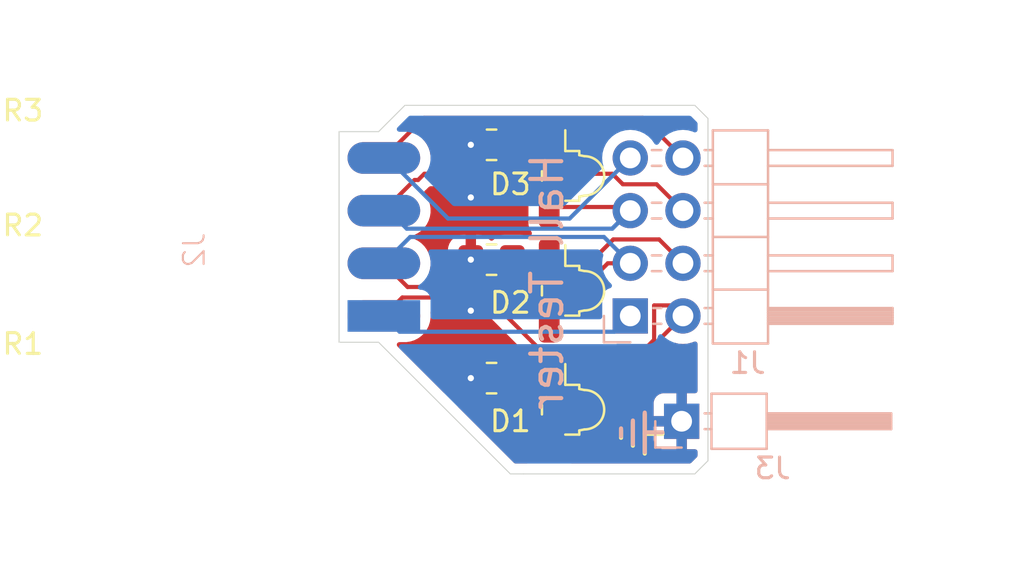
<source format=kicad_pcb>
(kicad_pcb (version 20240108) (generator "pcbnew") (generator_version "8.0")
  (layers (0 "F.Cu" signal) (31 "B.Cu" signal) (34 "B.Paste" user) (35 "F.Paste" user) (36 "B.SilkS" user "B.Silkscreen") (37 "F.SilkS" user "F.Silkscreen") (38 "B.Mask" user) (39 "F.Mask" user) (44 "Edge.Cuts" user))
  (net 0 "")
  (net 1 "GND")
  (net 2 "Net-(D1-A)")
  (net 3 "Net-(D2-A)")
  (net 4 "Net-(D3-A)")
  (net 5 "Net-(J1-Pin_1)")
  (net 6 "Net-(J1-Pin_6)")
  (net 7 "Net-(J1-Pin_8)")
  (net 8 "Net-(J1-Pin_4)")
  (net 9 "Net-(J1-Pin_7)")
  (net 10 "Net-(D1-K)")
  (net 11 "Net-(D2-K)")
  (net 12 "Net-(D3-K)")
  (footprint "LED_SMD:LED_Kingbright_APDA3020VBCD" (layer "F.Cu") (at 101.568 67.365 -90)
    (property "Reference" "D2" (at 0.58 1.873 0) (layer "F.SilkS"))
    (property "Value" "LED")
    (fp_line (start -0.225 0.35) (end 0.225 0.35) (stroke (width 0.12)) (layer "F.SilkS"))
    (fp_line (start -1.2 -0.775) (end -2.2 -0.775) (stroke (width 0.12)) (layer "F.SilkS"))
    (fp_line (start -1.2 -0.775) (end -1.2 -1.45) (stroke (width 0.12)) (layer "F.SilkS"))
    (fp_line (start 1.2 -0.775) (end 1.2 -1.45) (stroke (width 0.12)) (layer "F.SilkS"))
    (fp_line (start -1 -1.45) (end -1.2 -1.45) (stroke (width 0.12)) (layer "F.SilkS"))
    (fp_line (start -1 -1.45) (end -0.95 -1.7) (stroke (width 0.12)) (layer "F.SilkS"))
    (fp_line (start 1.2 -1.45) (end 1 -1.45) (stroke (width 0.12)) (layer "F.SilkS"))
    (fp_line (start 0.95 -1.7) (end 1 -1.45) (stroke (width 0.12)) (layer "F.SilkS"))
    (fp_arc (start -0.95 -1.7) (mid 0 -2.65) (end 0.95 -1.7) (stroke (width 0.12)) (layer "F.SilkS"))
    (pad "1" smd roundrect (at -1.5 0 270) (size 2 1) (layers "F.Cu" "F.Paste" "F.Mask") (net 11 "Net-(D2-K)"))
    (pad "2" smd roundrect (at 1.5 0 270) (size 2 1) (layers "F.Cu" "F.Paste" "F.Mask") (net 3 "Net-(D2-A)"))
  )
  (footprint "LED_SMD:LED_Kingbright_APDA3020VBCD" (layer "F.Cu") (at 101.568 73.104 -90)
    (property "Reference" "D1" (at 0.556 1.873 0) (layer "F.SilkS"))
    (property "Value" "LED")
    (fp_line (start -0.225 0.35) (end 0.225 0.35) (stroke (width 0.12)) (layer "F.SilkS"))
    (fp_line (start -1.2 -0.775) (end -2.2 -0.775) (stroke (width 0.12)) (layer "F.SilkS"))
    (fp_line (start -1.2 -0.775) (end -1.2 -1.45) (stroke (width 0.12)) (layer "F.SilkS"))
    (fp_line (start 1.2 -0.775) (end 1.2 -1.45) (stroke (width 0.12)) (layer "F.SilkS"))
    (fp_line (start -1 -1.45) (end -1.2 -1.45) (stroke (width 0.12)) (layer "F.SilkS"))
    (fp_line (start -1 -1.45) (end -0.95 -1.7) (stroke (width 0.12)) (layer "F.SilkS"))
    (fp_line (start 1.2 -1.45) (end 1 -1.45) (stroke (width 0.12)) (layer "F.SilkS"))
    (fp_line (start 0.95 -1.7) (end 1 -1.45) (stroke (width 0.12)) (layer "F.SilkS"))
    (fp_arc (start -0.95 -1.7) (mid 0 -2.65) (end 0.95 -1.7) (stroke (width 0.12)) (layer "F.SilkS"))
    (pad "1" smd roundrect (at -1.5 0 270) (size 2 1) (layers "F.Cu" "F.Paste" "F.Mask") (net 10 "Net-(D1-K)"))
    (pad "2" smd roundrect (at 1.5 0 270) (size 2 1) (layers "F.Cu" "F.Paste" "F.Mask") (net 2 "Net-(D1-A)"))
  )
  (footprint "Resistor_SMD:R_0805_2012Metric_Pad1.20x1.40mm_HandSolder" (layer "F.Cu") (at 98.79 65.865)
    (property "Reference" "R2" (at -22.59 -1.65 0) (layer "F.SilkS"))
    (property "Value" "R")
    (fp_line (start -0.227064 -0.735) (end 0.227064 -0.735) (stroke (width 0.12)) (layer "F.SilkS"))
    (fp_line (start -0.227064 0.735) (end 0.227064 0.735) (stroke (width 0.12)) (layer "F.SilkS"))
    (pad "1" smd roundrect (at -1 0) (size 1.2 1.4) (layers "F.Cu" "F.Paste" "F.Mask") (roundrect_rratio 0.208333) (net 1 "GND"))
    (pad "2" smd roundrect (at 1 0) (size 1.2 1.4) (layers "F.Cu" "F.Paste" "F.Mask") (roundrect_rratio 0.208333) (net 11 "Net-(D2-K)"))
  )
  (footprint "Resistor_SMD:R_0805_2012Metric_Pad1.20x1.40mm_HandSolder" (layer "F.Cu") (at 98.79 60.325)
    (property "Reference" "R3" (at -22.59 -1.65 0) (layer "F.SilkS"))
    (property "Value" "R")
    (fp_line (start -0.227064 -0.735) (end 0.227064 -0.735) (stroke (width 0.12)) (layer "F.SilkS"))
    (fp_line (start -0.227064 0.735) (end 0.227064 0.735) (stroke (width 0.12)) (layer "F.SilkS"))
    (pad "1" smd roundrect (at -1 0) (size 1.2 1.4) (layers "F.Cu" "F.Paste" "F.Mask") (roundrect_rratio 0.208333) (net 1 "GND"))
    (pad "2" smd roundrect (at 1 0) (size 1.2 1.4) (layers "F.Cu" "F.Paste" "F.Mask") (roundrect_rratio 0.208333) (net 12 "Net-(D3-K)"))
  )
  (footprint "LED_SMD:LED_Kingbright_APDA3020VBCD" (layer "F.Cu") (at 101.568 61.825 -90)
    (property "Reference" "D3" (at 0.405 1.873 0) (layer "F.SilkS"))
    (property "Value" "LED")
    (fp_line (start -0.225 0.35) (end 0.225 0.35) (stroke (width 0.12)) (layer "F.SilkS"))
    (fp_line (start -1.2 -0.775) (end -2.2 -0.775) (stroke (width 0.12)) (layer "F.SilkS"))
    (fp_line (start -1.2 -0.775) (end -1.2 -1.45) (stroke (width 0.12)) (layer "F.SilkS"))
    (fp_line (start 1.2 -0.775) (end 1.2 -1.45) (stroke (width 0.12)) (layer "F.SilkS"))
    (fp_line (start -1 -1.45) (end -1.2 -1.45) (stroke (width 0.12)) (layer "F.SilkS"))
    (fp_line (start -1 -1.45) (end -0.95 -1.7) (stroke (width 0.12)) (layer "F.SilkS"))
    (fp_line (start 1.2 -1.45) (end 1 -1.45) (stroke (width 0.12)) (layer "F.SilkS"))
    (fp_line (start 0.95 -1.7) (end 1 -1.45) (stroke (width 0.12)) (layer "F.SilkS"))
    (fp_arc (start -0.95 -1.7) (mid 0 -2.65) (end 0.95 -1.7) (stroke (width 0.12)) (layer "F.SilkS"))
    (pad "1" smd roundrect (at -1.5 0 270) (size 2 1) (layers "F.Cu" "F.Paste" "F.Mask") (net 12 "Net-(D3-K)"))
    (pad "2" smd roundrect (at 1.5 0 270) (size 2 1) (layers "F.Cu" "F.Paste" "F.Mask") (net 4 "Net-(D3-A)"))
  )
  (footprint "Resistor_SMD:R_0805_2012Metric_Pad1.20x1.40mm_HandSolder" (layer "F.Cu") (at 98.79 71.58)
    (property "Reference" "R1" (at -22.59 -1.65 0) (layer "F.SilkS"))
    (property "Value" "R")
    (fp_line (start -0.227064 -0.735) (end 0.227064 -0.735) (stroke (width 0.12)) (layer "F.SilkS"))
    (fp_line (start -0.227064 0.735) (end 0.227064 0.735) (stroke (width 0.12)) (layer "F.SilkS"))
    (pad "1" smd roundrect (at -1 0) (size 1.2 1.4) (layers "F.Cu" "F.Paste" "F.Mask") (roundrect_rratio 0.208333) (net 1 "GND"))
    (pad "2" smd roundrect (at 1 0) (size 1.2 1.4) (layers "F.Cu" "F.Paste" "F.Mask") (roundrect_rratio 0.208333) (net 10 "Net-(D1-K)"))
  )
  (footprint "Connector_PinHeader_2.54mm:PinHeader_2x04_P2.54mm_Horizontal" (layer "B.Cu") (at 105.475 68.58)
    (property "Reference" "J1" (at 5.655 2.27 360) (layer "B.SilkS") (effects (justify mirror)))
    (property "Value" "Conn_01x08_Pin")
    (fp_line (start -1.27 1.27) (end -1.27 0) (stroke (width 0.12)) (layer "B.SilkS"))
    (fp_line (start 0 1.27) (end -1.27 1.27) (stroke (width 0.12)) (layer "B.SilkS"))
    (fp_line (start 1.497071 -8) (end 1.042929 -8) (stroke (width 0.12)) (layer "B.SilkS"))
    (fp_line (start 1.497071 -7.24) (end 1.042929 -7.24) (stroke (width 0.12)) (layer "B.SilkS"))
    (fp_line (start 1.497071 -5.46) (end 1.042929 -5.46) (stroke (width 0.12)) (layer "B.SilkS"))
    (fp_line (start 1.497071 -4.7) (end 1.042929 -4.7) (stroke (width 0.12)) (layer "B.SilkS"))
    (fp_line (start 1.497071 -2.92) (end 1.042929 -2.92) (stroke (width 0.12)) (layer "B.SilkS"))
    (fp_line (start 1.497071 -2.16) (end 1.042929 -2.16) (stroke (width 0.12)) (layer "B.SilkS"))
    (fp_line (start 1.497071 -0.38) (end 1.11 -0.38) (stroke (width 0.12)) (layer "B.SilkS"))
    (fp_line (start 1.497071 0.38) (end 1.11 0.38) (stroke (width 0.12)) (layer "B.SilkS"))
    (fp_line (start 3.98 -8.95) (end 3.98 1.33) (stroke (width 0.12)) (layer "B.SilkS"))
    (fp_line (start 3.98 -8) (end 3.582929 -8) (stroke (width 0.12)) (layer "B.SilkS"))
    (fp_line (start 3.98 -7.24) (end 3.582929 -7.24) (stroke (width 0.12)) (layer "B.SilkS"))
    (fp_line (start 3.98 -5.46) (end 3.582929 -5.46) (stroke (width 0.12)) (layer "B.SilkS"))
    (fp_line (start 3.98 -4.7) (end 3.582929 -4.7) (stroke (width 0.12)) (layer "B.SilkS"))
    (fp_line (start 3.98 -2.92) (end 3.582929 -2.92) (stroke (width 0.12)) (layer "B.SilkS"))
    (fp_line (start 3.98 -2.16) (end 3.582929 -2.16) (stroke (width 0.12)) (layer "B.SilkS"))
    (fp_line (start 3.98 -0.38) (end 3.582929 -0.38) (stroke (width 0.12)) (layer "B.SilkS"))
    (fp_line (start 3.98 0.38) (end 3.582929 0.38) (stroke (width 0.12)) (layer "B.SilkS"))
    (fp_line (start 3.98 1.33) (end 6.64 1.33) (stroke (width 0.12)) (layer "B.SilkS"))
    (fp_line (start 6.64 -8.95) (end 3.98 -8.95) (stroke (width 0.12)) (layer "B.SilkS"))
    (fp_line (start 6.64 -8) (end 12.64 -8) (stroke (width 0.12)) (layer "B.SilkS"))
    (fp_line (start 6.64 -6.35) (end 3.98 -6.35) (stroke (width 0.12)) (layer "B.SilkS"))
    (fp_line (start 6.64 -5.46) (end 12.64 -5.46) (stroke (width 0.12)) (layer "B.SilkS"))
    (fp_line (start 6.64 -3.81) (end 3.98 -3.81) (stroke (width 0.12)) (layer "B.SilkS"))
    (fp_line (start 6.64 -2.92) (end 12.64 -2.92) (stroke (width 0.12)) (layer "B.SilkS"))
    (fp_line (start 6.64 -1.27) (end 3.98 -1.27) (stroke (width 0.12)) (layer "B.SilkS"))
    (fp_line (start 6.64 -0.38) (end 12.64 -0.38) (stroke (width 0.12)) (layer "B.SilkS"))
    (fp_line (start 6.64 1.33) (end 6.64 -8.95) (stroke (width 0.12)) (layer "B.SilkS"))
    (fp_line (start 12.64 -8) (end 12.64 -7.24) (stroke (width 0.12)) (layer "B.SilkS"))
    (fp_line (start 12.64 -7.24) (end 6.64 -7.24) (stroke (width 0.12)) (layer "B.SilkS"))
    (fp_line (start 12.64 -5.46) (end 12.64 -4.7) (stroke (width 0.12)) (layer "B.SilkS"))
    (fp_line (start 12.64 -4.7) (end 6.64 -4.7) (stroke (width 0.12)) (layer "B.SilkS"))
    (fp_line (start 12.64 -2.92) (end 12.64 -2.16) (stroke (width 0.12)) (layer "B.SilkS"))
    (fp_line (start 12.64 -2.16) (end 6.64 -2.16) (stroke (width 0.12)) (layer "B.SilkS"))
    (fp_line (start 12.64 -0.38) (end 12.64 0.38) (stroke (width 0.12)) (layer "B.SilkS"))
    (fp_line (start 12.64 -0.28) (end 6.64 -0.28) (stroke (width 0.12)) (layer "B.SilkS"))
    (fp_line (start 12.64 -0.16) (end 6.64 -0.16) (stroke (width 0.12)) (layer "B.SilkS"))
    (fp_line (start 12.64 -0.04) (end 6.64 -0.04) (stroke (width 0.12)) (layer "B.SilkS"))
    (fp_line (start 12.64 0.08) (end 6.64 0.08) (stroke (width 0.12)) (layer "B.SilkS"))
    (fp_line (start 12.64 0.2) (end 6.64 0.2) (stroke (width 0.12)) (layer "B.SilkS"))
    (fp_line (start 12.64 0.32) (end 6.64 0.32) (stroke (width 0.12)) (layer "B.SilkS"))
    (fp_line (start 12.64 0.38) (end 6.64 0.38) (stroke (width 0.12)) (layer "B.SilkS"))
    (pad "1" thru_hole rect (at 0 0) (size 1.7 1.7) (drill 1) (layers "*.Cu" "*.Mask") (net 5 "Net-(J1-Pin_1)"))
    (pad "2" thru_hole oval (at 2.54 0) (size 1.7 1.7) (drill 1) (layers "*.Cu" "*.Mask") (net 2 "Net-(D1-A)"))
    (pad "3" thru_hole oval (at 0 -2.54) (size 1.7 1.7) (drill 1) (layers "*.Cu" "*.Mask") (net 3 "Net-(D2-A)"))
    (pad "4" thru_hole oval (at 2.54 -2.54) (size 1.7 1.7) (drill 1) (layers "*.Cu" "*.Mask") (net 8 "Net-(J1-Pin_4)"))
    (pad "5" thru_hole oval (at 0 -5.08) (size 1.7 1.7) (drill 1) (layers "*.Cu" "*.Mask") (net 4 "Net-(D3-A)"))
    (pad "6" thru_hole oval (at 2.54 -5.08) (size 1.7 1.7) (drill 1) (layers "*.Cu" "*.Mask") (net 6 "Net-(J1-Pin_6)"))
    (pad "7" thru_hole oval (at 0 -7.62) (size 1.7 1.7) (drill 1) (layers "*.Cu" "*.Mask") (net 9 "Net-(J1-Pin_7)"))
    (pad "8" thru_hole oval (at 2.54 -7.62) (size 1.7 1.7) (drill 1) (layers "*.Cu" "*.Mask") (net 7 "Net-(J1-Pin_8)"))
  )
  (footprint "robodisk:EdgeHeader-2.54_2x04" (layer "B.Cu") (at 91.059 68.58 -90)
    (property "Reference" "J2" (at -3.175 6.604 90) (layer "B.SilkS") (effects (font (thickness 0.1)) (justify mirror)))
    (property "Value" "Conn_01x08_Pin")
    (pad "1" smd rect (at 0 -2.54 180) (size 3.5 1.524) (layers "B.Cu" "B.Paste" "B.Mask") (net 5 "Net-(J1-Pin_1)"))
    (pad "2" smd oval (at 0 -2.54) (size 3.5 1.524) (layers "F.Cu" "F.Paste" "F.Mask") (net 2 "Net-(D1-A)"))
    (pad "3" smd oval (at -2.54 -2.54 180) (size 3.5 1.524) (layers "B.Cu" "B.Paste" "B.Mask") (net 3 "Net-(D2-A)"))
    (pad "4" smd oval (at -2.54 -2.54) (size 3.5 1.524) (layers "F.Cu" "F.Paste" "F.Mask") (net 8 "Net-(J1-Pin_4)"))
    (pad "5" smd oval (at -5.08 -2.54 180) (size 3.5 1.524) (layers "B.Cu" "B.Paste" "B.Mask") (net 4 "Net-(D3-A)"))
    (pad "6" smd oval (at -5.08 -2.54) (size 3.5 1.524) (layers "F.Cu" "F.Paste" "F.Mask") (net 6 "Net-(J1-Pin_6)"))
    (pad "7" smd oval (at -7.62 -2.54 180) (size 3.5 1.524) (layers "B.Cu" "B.Paste" "B.Mask") (net 9 "Net-(J1-Pin_7)"))
    (pad "8" smd oval (at -7.62 -2.54) (size 3.5 1.524) (layers "F.Cu" "F.Paste" "F.Mask") (net 7 "Net-(J1-Pin_8)"))
  )
  (footprint "Connector_PinHeader_2.54mm:PinHeader_1x01_P2.54mm_Horizontal" (layer "B.Cu") (at 107.95 73.66)
    (property "Reference" "J3" (at 4.385 2.27 360) (layer "B.SilkS") (effects (justify mirror)))
    (property "Value" "Conn_01x01_Pin")
    (fp_line (start -1.27 1.27) (end -1.27 0) (stroke (width 0.12)) (layer "B.SilkS"))
    (fp_line (start 0 1.27) (end -1.27 1.27) (stroke (width 0.12)) (layer "B.SilkS"))
    (fp_line (start 1.44 -1.33) (end 1.44 1.33) (stroke (width 0.12)) (layer "B.SilkS"))
    (fp_line (start 1.44 -0.38) (end 1.11 -0.38) (stroke (width 0.12)) (layer "B.SilkS"))
    (fp_line (start 1.44 0.38) (end 1.11 0.38) (stroke (width 0.12)) (layer "B.SilkS"))
    (fp_line (start 1.44 1.33) (end 4.1 1.33) (stroke (width 0.12)) (layer "B.SilkS"))
    (fp_line (start 4.1 -1.33) (end 1.44 -1.33) (stroke (width 0.12)) (layer "B.SilkS"))
    (fp_line (start 4.1 -0.38) (end 10.1 -0.38) (stroke (width 0.12)) (layer "B.SilkS"))
    (fp_line (start 4.1 1.33) (end 4.1 -1.33) (stroke (width 0.12)) (layer "B.SilkS"))
    (fp_line (start 10.1 -0.38) (end 10.1 0.38) (stroke (width 0.12)) (layer "B.SilkS"))
    (fp_line (start 10.1 -0.28) (end 4.1 -0.28) (stroke (width 0.12)) (layer "B.SilkS"))
    (fp_line (start 10.1 -0.16) (end 4.1 -0.16) (stroke (width 0.12)) (layer "B.SilkS"))
    (fp_line (start 10.1 -0.04) (end 4.1 -0.04) (stroke (width 0.12)) (layer "B.SilkS"))
    (fp_line (start 10.1 0.08) (end 4.1 0.08) (stroke (width 0.12)) (layer "B.SilkS"))
    (fp_line (start 10.1 0.2) (end 4.1 0.2) (stroke (width 0.12)) (layer "B.SilkS"))
    (fp_line (start 10.1 0.32) (end 4.1 0.32) (stroke (width 0.12)) (layer "B.SilkS"))
    (fp_line (start 10.1 0.38) (end 4.1 0.38) (stroke (width 0.12)) (layer "B.SilkS"))
    (pad "1" thru_hole rect (at 0 0) (size 1.7 1.7) (drill 1) (layers "*.Cu" "*.Mask") (net 1 "GND"))
  )
  (gr_line (start 91.44 59.69) (end 91.44 69.85) (stroke (width 0.05)) (layer "Edge.Cuts"))
  (gr_line (start 93.98 70.485) (end 99.695 76.2) (stroke (width 0.05)) (layer "Edge.Cuts"))
  (gr_line (start 109.22 59.055) (end 109.22 75.565) (stroke (width 0.05)) (layer "Edge.Cuts"))
  (gr_line (start 108.585 76.2) (end 100.33 76.2) (stroke (width 0.05)) (layer "Edge.Cuts"))
  (gr_line (start 91.44 69.85) (end 93.345 69.85) (stroke (width 0.05)) (layer "Edge.Cuts"))
  (gr_line (start 109.22 59.055) (end 108.585 58.42) (stroke (width 0.05)) (layer "Edge.Cuts"))
  (gr_line (start 93.345 69.85) (end 93.98 70.485) (stroke (width 0.05)) (layer "Edge.Cuts"))
  (gr_line (start 100.33 76.2) (end 99.695 76.2) (stroke (width 0.05)) (layer "Edge.Cuts"))
  (gr_line (start 94.615 58.42) (end 108.585 58.42) (stroke (width 0.05)) (layer "Edge.Cuts"))
  (gr_line (start 109.22 75.565) (end 108.585 76.2) (stroke (width 0.05)) (layer "Edge.Cuts"))
  (gr_line (start 93.345 59.69) (end 93.98 59.055) (stroke (width 0.05)) (layer "Edge.Cuts"))
  (gr_line (start 91.44 59.69) (end 93.345 59.69) (stroke (width 0.05)) (layer "Edge.Cuts"))
  (gr_line (start 94.615 58.42) (end 93.98 59.055) (stroke (width 0.05)) (layer "Edge.Cuts"))
  (gr_text "Hall Tester" (at 102.343 60.625 90) (layer "B.SilkS") (effects (font (size 1.5 1.5) (thickness 0.2)) (justify left bottom mirror)))
  (gr_text "⏚" (at 104.775 75.565 -90) (layer "B.SilkS") (effects (font (size 2 2) (thickness 0.2)) (justify left bottom mirror)))
  (gr_text "⏚" (at 104.775 72.898 270) (layer "F.SilkS") (effects (font (size 2 2) (thickness 0.2)) (justify left bottom)))
  (segment (start 97.79 62.865) (end 97.79 65.865) (width 0.2) (layer "F.Cu") (net 1))
  (segment (start 97.79 68.326) (end 97.79 71.58) (width 0.2) (layer "F.Cu") (net 1))
  (via (at 97.79 71.58) (size 0.6) (drill 0.3) (layers "F.Cu" "B.Cu") (net 1))
  (via (at 97.79 62.865) (size 0.6) (drill 0.3) (layers "F.Cu" "B.Cu") (net 1))
  (via (at 97.79 68.326) (size 0.6) (drill 0.3) (layers "F.Cu" "B.Cu") (net 1))
  (via (at 97.79 65.865) (size 0.6) (drill 0.3) (layers "F.Cu" "B.Cu") (net 1))
  (via (at 97.79 60.325) (size 0.6) (drill 0.3) (layers "F.Cu" "B.Cu") (net 1))
  (segment (start 99.87 73.66) (end 97.79 71.58) (width 0.2) (layer "B.Cu") (net 1))
  (segment (start 97.79 60.325) (end 97.79 62.865) (width 0.2) (layer "B.Cu") (net 1))
  (segment (start 97.79 65.865) (end 97.79 68.326) (width 0.2) (layer "B.Cu") (net 1))
  (segment (start 107.95 73.66) (end 99.87 73.66) (width 0.2) (layer "B.Cu") (net 1))
  (segment (start 106.625 68.072) (end 107.507 68.072) (width 0.2) (layer "F.Cu") (net 2))
  (segment (start 106.19 70.165) (end 106.625 69.73) (width 0.2) (layer "F.Cu") (net 2))
  (segment (start 93.599 68.58) (end 94.488 67.691) (width 0.2) (layer "F.Cu") (net 2))
  (segment (start 94.488 67.691) (end 98.609256 67.691) (width 0.2) (layer "F.Cu") (net 2))
  (segment (start 107.507 68.072) (end 108.015 68.58) (width 0.2) (layer "F.Cu") (net 2))
  (segment (start 101.991 74.604) (end 108.015 68.58) (width 0.2) (layer "F.Cu") (net 2))
  (segment (start 101.568 74.604) (end 101.991 74.604) (width 0.2) (layer "F.Cu") (net 2))
  (segment (start 101.083256 70.165) (end 106.19 70.165) (width 0.2) (layer "F.Cu") (net 2))
  (segment (start 106.625 69.73) (end 106.625 68.072) (width 0.2) (layer "F.Cu") (net 2))
  (segment (start 98.609256 67.691) (end 101.083256 70.165) (width 0.2) (layer "F.Cu") (net 2))
  (segment (start 101.568 68.865) (end 104.393 66.04) (width 0.2) (layer "F.Cu") (net 3))
  (segment (start 104.393 66.04) (end 105.475 66.04) (width 0.2) (layer "F.Cu") (net 3))
  (segment (start 93.599 66.04) (end 94.869 64.77) (width 0.2) (layer "B.Cu") (net 3))
  (segment (start 94.869 64.77) (end 104.205 64.77) (width 0.2) (layer "B.Cu") (net 3))
  (segment (start 104.205 64.77) (end 105.475 66.04) (width 0.2) (layer "B.Cu") (net 3))
  (segment (start 105.299999 63.325) (end 105.475 63.500001) (width 0.2) (layer "F.Cu") (net 4))
  (segment (start 101.568 63.325) (end 105.299999 63.325) (width 0.2) (layer "F.Cu") (net 4))
  (segment (start 104.605 64.37) (end 105.475 63.5) (width 0.2) (layer "B.Cu") (net 4))
  (segment (start 93.599 63.5) (end 93.833314 63.5) (width 0.2) (layer "B.Cu") (net 4))
  (segment (start 94.703314 64.37) (end 104.605 64.37) (width 0.2) (layer "B.Cu") (net 4))
  (segment (start 104.605001 64.37) (end 105.475 63.500001) (width 0.2) (layer "B.Cu") (net 4))
  (segment (start 93.833314 63.5) (end 94.703314 64.37) (width 0.2) (layer "B.Cu") (net 4))
  (segment (start 94.361 69.342) (end 104.713 69.342) (width 0.2) (layer "B.Cu") (net 5))
  (segment (start 104.713 69.342) (end 105.475 68.58) (width 0.2) (layer "B.Cu") (net 5))
  (segment (start 93.599 68.58) (end 94.361 69.342) (width 0.2) (layer "B.Cu") (net 5))
  (segment (start 95.077 62.022) (end 95.25008 62.022) (width 0.2) (layer "F.Cu") (net 6))
  (segment (start 106.745 62.23) (end 108.015 63.5) (width 0.2) (layer "F.Cu") (net 6))
  (segment (start 93.599 63.5) (end 95.077 62.022) (width 0.2) (layer "F.Cu") (net 6))
  (segment (start 104.610654 61.722) (end 105.118654 62.23) (width 0.2) (layer "F.Cu") (net 6))
  (segment (start 105.118654 62.23) (end 106.745 62.23) (width 0.2) (layer "F.Cu") (net 6))
  (segment (start 95.55008 61.722) (end 104.610654 61.722) (width 0.2) (layer "F.Cu") (net 6))
  (segment (start 95.25008 62.022) (end 95.55008 61.722) (width 0.2) (layer "F.Cu") (net 6))
  (segment (start 93.599 60.96) (end 95.534 59.025) (width 0.2) (layer "F.Cu") (net 7))
  (segment (start 95.534 59.025) (end 106.08 59.025) (width 0.2) (layer "F.Cu") (net 7))
  (segment (start 106.08 59.025) (end 108.015 60.96) (width 0.2) (layer "F.Cu") (net 7))
  (segment (start 93.599 66.04) (end 94.742 67.183) (width 0.2) (layer "F.Cu") (net 8))
  (segment (start 102.362 67.183) (end 104.655 64.89) (width 0.2) (layer "F.Cu") (net 8))
  (segment (start 104.655 64.89) (end 106.865 64.89) (width 0.2) (layer "F.Cu") (net 8))
  (segment (start 94.742 67.183) (end 102.362 67.183) (width 0.2) (layer "F.Cu") (net 8))
  (segment (start 106.865 64.89) (end 108.015 66.04) (width 0.2) (layer "F.Cu") (net 8))
  (segment (start 93.599 60.96) (end 93.77208 60.96) (width 0.2) (layer "B.Cu") (net 9))
  (segment (start 96.69308 63.881) (end 102.554 63.881) (width 0.2) (layer "B.Cu") (net 9))
  (segment (start 93.77208 60.96) (end 96.69308 63.881) (width 0.2) (layer "B.Cu") (net 9))
  (segment (start 102.554 63.881) (end 105.475 60.96) (width 0.2) (layer "B.Cu") (net 9))
  (segment (start 99.814 71.604) (end 99.79 71.58) (width 0.2) (layer "F.Cu") (net 10))
  (segment (start 101.568 71.604) (end 99.814 71.604) (width 0.2) (layer "F.Cu") (net 10))
  (segment (start 101.568 65.865) (end 99.79 65.865) (width 0.2) (layer "F.Cu") (net 11))
  (segment (start 101.568 60.325) (end 99.79 60.325) (width 0.2) (layer "F.Cu") (net 12))
  (zone (net 1) (net_name "GND") (layer "F.Cu") (connect_pads (clearance 0.5)) (min_thickness 0.25) (fill yes (thermal_gap 0.5) (thermal_bridge_width 0.5))
    (polygon (pts (xy 78.74 53.34) (xy 121.92 53.34) (xy 121.92 78.74) (xy 78.74 78.74)))
  )
  (zone (net 1) (net_name "GND") (layer "B.Cu") (priority 1) (connect_pads (clearance 0.5)) (min_thickness 0.25) (fill yes (thermal_gap 0.5) (thermal_bridge_width 0.5))
    (polygon (pts (xy 81.28 55.88) (xy 124.46 55.88) (xy 124.46 81.28) (xy 81.28 81.28)))
  )
)
</source>
